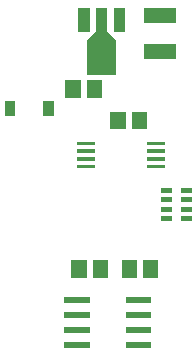
<source format=gbr>
G04 start of page 11 for group -4015 idx -4015 *
G04 Title: (unknown), toppaste *
G04 Creator: pcb 20140316 *
G04 CreationDate: Tue 12 Jul 2016 01:46:57 AM GMT UTC *
G04 For: ndholmes *
G04 Format: Gerber/RS-274X *
G04 PCB-Dimensions (mil): 1500.00 1250.00 *
G04 PCB-Coordinate-Origin: lower left *
%MOIN*%
%FSLAX25Y25*%
%LNTOPPASTE*%
%ADD86R,0.0167X0.0167*%
%ADD85R,0.0200X0.0200*%
%ADD84R,0.0130X0.0130*%
%ADD83C,0.0001*%
%ADD82R,0.0945X0.0945*%
%ADD81R,0.0378X0.0378*%
%ADD80R,0.0360X0.0360*%
%ADD79R,0.0512X0.0512*%
G54D79*X63543Y82893D02*Y82107D01*
X56457Y82893D02*Y82107D01*
G54D80*X20500Y87100D02*Y85900D01*
X33400Y87100D02*Y85900D01*
G54D79*X67745Y117405D02*X73255D01*
X67745Y105595D02*X73255D01*
X41457Y93393D02*Y92607D01*
X48543Y93393D02*Y92607D01*
G54D81*X56906Y117984D02*Y113890D01*
X51000Y117984D02*Y106174D01*
G54D82*Y104440D02*Y102550D01*
G54D83*G36*
X52885Y112005D02*X55725Y109165D01*
X54305Y107745D01*
X51465Y110585D01*
X52885Y112005D01*
G37*
G36*
X46275Y109165D02*X49115Y112005D01*
X50535Y110585D01*
X47695Y107745D01*
X46275Y109165D01*
G37*
G54D81*X45094Y117984D02*Y113890D01*
G54D84*X43583Y74838D02*X48189D01*
X43583Y72279D02*X48189D01*
X43583Y69721D02*X48189D01*
X43583Y67162D02*X48189D01*
X66811D02*X71417D01*
X66811Y69721D02*X71417D01*
X66811Y72279D02*X71417D01*
X66811Y74838D02*X71417D01*
G54D79*X50543Y33393D02*Y32607D01*
X43457Y33393D02*Y32607D01*
X67391Y33468D02*Y32682D01*
X60305Y33468D02*Y32682D01*
G54D85*X39500Y22500D02*X46000D01*
X39500Y17500D02*X46000D01*
X39500Y12500D02*X46000D01*
X39500Y7500D02*X46000D01*
X60000D02*X66500D01*
X60000Y12500D02*X66500D01*
X60000Y17500D02*X66500D01*
X60000Y22500D02*X66500D01*
G54D86*X71717Y59224D02*X73587D01*
X71717Y56075D02*X73587D01*
X71717Y52925D02*X73587D01*
X71717Y49776D02*X73587D01*
X78413D02*X80283D01*
X78413Y52925D02*X80283D01*
X78413Y56075D02*X80283D01*
X78413Y59224D02*X80283D01*
M02*

</source>
